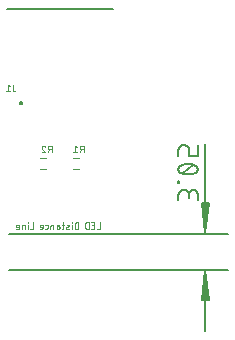
<source format=gbr>
G04 EAGLE Gerber RS-274X export*
G75*
%MOMM*%
%FSLAX34Y34*%
%LPD*%
%INSilkscreen Bottom*%
%IPPOS*%
%AMOC8*
5,1,8,0,0,1.08239X$1,22.5*%
G01*
%ADD10C,0.130000*%
%ADD11C,0.152400*%
%ADD12C,0.050800*%
%ADD13C,0.200000*%
%ADD14C,0.076200*%
%ADD15C,0.120000*%


D10*
X71120Y0D02*
X256990Y0D01*
X256990Y30480D02*
X71120Y30480D01*
X237490Y-650D02*
X237490Y-52000D01*
X237490Y31130D02*
X237490Y106108D01*
X237490Y-650D02*
X234298Y-26000D01*
X240682Y-26000D01*
X237490Y-650D01*
X236190Y-26000D01*
X238790Y-26000D02*
X237490Y-650D01*
X234890Y-26000D01*
X240090Y-26000D02*
X237490Y-650D01*
X237490Y31130D02*
X234298Y56480D01*
X240682Y56480D01*
X237490Y31130D01*
X236190Y56480D01*
X238790Y56480D02*
X237490Y31130D01*
X234890Y56480D01*
X240090Y56480D02*
X237490Y31130D01*
D11*
X214727Y58800D02*
X214727Y63315D01*
X214729Y63448D01*
X214735Y63580D01*
X214745Y63712D01*
X214758Y63844D01*
X214776Y63976D01*
X214797Y64106D01*
X214822Y64237D01*
X214851Y64366D01*
X214884Y64494D01*
X214920Y64622D01*
X214960Y64748D01*
X215004Y64873D01*
X215052Y64997D01*
X215103Y65119D01*
X215158Y65240D01*
X215216Y65359D01*
X215278Y65477D01*
X215343Y65592D01*
X215412Y65706D01*
X215483Y65817D01*
X215559Y65926D01*
X215637Y66033D01*
X215718Y66138D01*
X215803Y66240D01*
X215890Y66340D01*
X215980Y66437D01*
X216073Y66532D01*
X216169Y66623D01*
X216267Y66712D01*
X216368Y66798D01*
X216472Y66881D01*
X216578Y66961D01*
X216686Y67037D01*
X216796Y67111D01*
X216909Y67181D01*
X217023Y67248D01*
X217140Y67311D01*
X217258Y67371D01*
X217378Y67428D01*
X217500Y67481D01*
X217623Y67530D01*
X217747Y67576D01*
X217873Y67618D01*
X218000Y67656D01*
X218128Y67691D01*
X218257Y67722D01*
X218386Y67749D01*
X218517Y67772D01*
X218648Y67792D01*
X218780Y67807D01*
X218912Y67819D01*
X219044Y67827D01*
X219177Y67831D01*
X219309Y67831D01*
X219442Y67827D01*
X219574Y67819D01*
X219706Y67807D01*
X219838Y67792D01*
X219969Y67772D01*
X220100Y67749D01*
X220229Y67722D01*
X220358Y67691D01*
X220486Y67656D01*
X220613Y67618D01*
X220739Y67576D01*
X220863Y67530D01*
X220986Y67481D01*
X221108Y67428D01*
X221228Y67371D01*
X221346Y67311D01*
X221463Y67248D01*
X221577Y67181D01*
X221690Y67111D01*
X221800Y67037D01*
X221908Y66961D01*
X222014Y66881D01*
X222118Y66798D01*
X222219Y66712D01*
X222317Y66623D01*
X222413Y66532D01*
X222506Y66437D01*
X222596Y66340D01*
X222683Y66240D01*
X222768Y66138D01*
X222849Y66033D01*
X222927Y65926D01*
X223003Y65817D01*
X223074Y65706D01*
X223143Y65592D01*
X223208Y65477D01*
X223270Y65359D01*
X223328Y65240D01*
X223383Y65119D01*
X223434Y64997D01*
X223482Y64873D01*
X223526Y64748D01*
X223566Y64622D01*
X223602Y64494D01*
X223635Y64366D01*
X223664Y64237D01*
X223689Y64106D01*
X223710Y63976D01*
X223728Y63844D01*
X223741Y63712D01*
X223751Y63580D01*
X223757Y63448D01*
X223759Y63315D01*
X230983Y64218D02*
X230983Y58800D01*
X230983Y64218D02*
X230981Y64337D01*
X230975Y64457D01*
X230965Y64576D01*
X230951Y64694D01*
X230934Y64813D01*
X230912Y64930D01*
X230887Y65047D01*
X230857Y65162D01*
X230824Y65277D01*
X230787Y65391D01*
X230747Y65503D01*
X230702Y65614D01*
X230654Y65723D01*
X230603Y65831D01*
X230548Y65937D01*
X230489Y66041D01*
X230427Y66143D01*
X230362Y66243D01*
X230293Y66341D01*
X230221Y66437D01*
X230146Y66530D01*
X230069Y66620D01*
X229988Y66708D01*
X229904Y66793D01*
X229817Y66875D01*
X229728Y66955D01*
X229636Y67031D01*
X229542Y67105D01*
X229445Y67175D01*
X229347Y67242D01*
X229246Y67306D01*
X229142Y67366D01*
X229037Y67423D01*
X228930Y67476D01*
X228822Y67526D01*
X228712Y67572D01*
X228600Y67614D01*
X228487Y67653D01*
X228373Y67688D01*
X228258Y67719D01*
X228141Y67747D01*
X228024Y67770D01*
X227907Y67790D01*
X227788Y67806D01*
X227669Y67818D01*
X227550Y67826D01*
X227431Y67830D01*
X227311Y67830D01*
X227192Y67826D01*
X227073Y67818D01*
X226954Y67806D01*
X226835Y67790D01*
X226718Y67770D01*
X226601Y67747D01*
X226484Y67719D01*
X226369Y67688D01*
X226255Y67653D01*
X226142Y67614D01*
X226030Y67572D01*
X225920Y67526D01*
X225812Y67476D01*
X225705Y67423D01*
X225600Y67366D01*
X225496Y67306D01*
X225395Y67242D01*
X225297Y67175D01*
X225200Y67105D01*
X225106Y67031D01*
X225014Y66955D01*
X224925Y66875D01*
X224838Y66793D01*
X224754Y66708D01*
X224673Y66620D01*
X224596Y66530D01*
X224521Y66437D01*
X224449Y66341D01*
X224380Y66243D01*
X224315Y66143D01*
X224253Y66041D01*
X224194Y65937D01*
X224139Y65831D01*
X224088Y65723D01*
X224040Y65614D01*
X223995Y65503D01*
X223955Y65391D01*
X223918Y65277D01*
X223885Y65162D01*
X223855Y65047D01*
X223830Y64930D01*
X223808Y64813D01*
X223791Y64694D01*
X223777Y64576D01*
X223767Y64457D01*
X223761Y64337D01*
X223759Y64218D01*
X223758Y64218D02*
X223758Y60606D01*
X215630Y73806D02*
X214727Y73806D01*
X215630Y73806D02*
X215630Y74709D01*
X214727Y74709D01*
X214727Y73806D01*
X222855Y80684D02*
X223175Y80688D01*
X223494Y80699D01*
X223814Y80718D01*
X224132Y80745D01*
X224450Y80779D01*
X224767Y80821D01*
X225083Y80871D01*
X225398Y80928D01*
X225711Y80992D01*
X226023Y81064D01*
X226333Y81143D01*
X226640Y81230D01*
X226946Y81324D01*
X227249Y81425D01*
X227550Y81534D01*
X227848Y81649D01*
X228144Y81772D01*
X228436Y81902D01*
X228725Y82039D01*
X228726Y82038D02*
X228834Y82077D01*
X228941Y82120D01*
X229046Y82166D01*
X229150Y82217D01*
X229252Y82270D01*
X229352Y82327D01*
X229450Y82388D01*
X229545Y82452D01*
X229639Y82519D01*
X229730Y82590D01*
X229819Y82663D01*
X229905Y82740D01*
X229988Y82819D01*
X230069Y82901D01*
X230147Y82986D01*
X230221Y83074D01*
X230293Y83164D01*
X230361Y83256D01*
X230427Y83351D01*
X230489Y83448D01*
X230547Y83547D01*
X230603Y83649D01*
X230654Y83751D01*
X230702Y83856D01*
X230747Y83962D01*
X230788Y84070D01*
X230825Y84179D01*
X230858Y84289D01*
X230887Y84401D01*
X230913Y84513D01*
X230935Y84626D01*
X230952Y84740D01*
X230966Y84854D01*
X230976Y84969D01*
X230982Y85084D01*
X230984Y85199D01*
X230983Y85199D02*
X230981Y85314D01*
X230975Y85429D01*
X230965Y85544D01*
X230951Y85658D01*
X230934Y85772D01*
X230912Y85885D01*
X230886Y85997D01*
X230857Y86109D01*
X230824Y86219D01*
X230787Y86328D01*
X230746Y86436D01*
X230701Y86542D01*
X230653Y86647D01*
X230602Y86749D01*
X230546Y86850D01*
X230488Y86950D01*
X230426Y87047D01*
X230361Y87141D01*
X230292Y87234D01*
X230220Y87324D01*
X230146Y87412D01*
X230068Y87497D01*
X229987Y87579D01*
X229904Y87658D01*
X229818Y87735D01*
X229729Y87808D01*
X229638Y87879D01*
X229544Y87946D01*
X229449Y88010D01*
X229351Y88071D01*
X229251Y88128D01*
X229149Y88181D01*
X229045Y88232D01*
X228940Y88278D01*
X228833Y88321D01*
X228725Y88360D01*
X228725Y88359D02*
X228436Y88496D01*
X228144Y88626D01*
X227848Y88749D01*
X227550Y88864D01*
X227249Y88973D01*
X226946Y89074D01*
X226640Y89168D01*
X226333Y89255D01*
X226023Y89334D01*
X225711Y89406D01*
X225398Y89470D01*
X225083Y89527D01*
X224767Y89577D01*
X224450Y89619D01*
X224132Y89653D01*
X223814Y89680D01*
X223494Y89699D01*
X223175Y89710D01*
X222855Y89714D01*
X222855Y80684D02*
X222535Y80688D01*
X222216Y80699D01*
X221896Y80718D01*
X221578Y80745D01*
X221260Y80779D01*
X220943Y80821D01*
X220627Y80871D01*
X220312Y80928D01*
X219999Y80992D01*
X219687Y81064D01*
X219377Y81143D01*
X219070Y81230D01*
X218764Y81324D01*
X218461Y81425D01*
X218160Y81534D01*
X217862Y81649D01*
X217566Y81772D01*
X217274Y81902D01*
X216985Y82039D01*
X216985Y82038D02*
X216877Y82077D01*
X216770Y82120D01*
X216665Y82166D01*
X216561Y82217D01*
X216459Y82270D01*
X216359Y82327D01*
X216261Y82388D01*
X216166Y82452D01*
X216072Y82519D01*
X215981Y82590D01*
X215892Y82663D01*
X215806Y82740D01*
X215723Y82819D01*
X215642Y82901D01*
X215564Y82986D01*
X215490Y83074D01*
X215418Y83164D01*
X215349Y83257D01*
X215284Y83351D01*
X215222Y83448D01*
X215164Y83548D01*
X215108Y83649D01*
X215057Y83751D01*
X215009Y83856D01*
X214964Y83962D01*
X214923Y84070D01*
X214886Y84179D01*
X214853Y84289D01*
X214824Y84401D01*
X214798Y84513D01*
X214776Y84626D01*
X214759Y84740D01*
X214745Y84854D01*
X214735Y84969D01*
X214729Y85084D01*
X214727Y85199D01*
X216985Y88359D02*
X217274Y88496D01*
X217566Y88626D01*
X217862Y88749D01*
X218160Y88864D01*
X218461Y88973D01*
X218764Y89074D01*
X219070Y89168D01*
X219377Y89255D01*
X219687Y89334D01*
X219999Y89406D01*
X220312Y89470D01*
X220627Y89527D01*
X220943Y89577D01*
X221260Y89619D01*
X221578Y89653D01*
X221896Y89680D01*
X222216Y89699D01*
X222535Y89710D01*
X222855Y89714D01*
X216985Y88360D02*
X216877Y88321D01*
X216770Y88278D01*
X216665Y88232D01*
X216561Y88181D01*
X216459Y88128D01*
X216359Y88071D01*
X216261Y88010D01*
X216166Y87946D01*
X216072Y87879D01*
X215981Y87808D01*
X215892Y87735D01*
X215806Y87658D01*
X215723Y87579D01*
X215642Y87497D01*
X215564Y87412D01*
X215490Y87324D01*
X215418Y87234D01*
X215349Y87141D01*
X215284Y87047D01*
X215222Y86950D01*
X215164Y86850D01*
X215108Y86749D01*
X215057Y86646D01*
X215009Y86542D01*
X214964Y86436D01*
X214923Y86328D01*
X214886Y86219D01*
X214853Y86109D01*
X214824Y85997D01*
X214798Y85885D01*
X214776Y85772D01*
X214759Y85658D01*
X214745Y85544D01*
X214735Y85429D01*
X214729Y85314D01*
X214727Y85199D01*
X218339Y81587D02*
X227371Y88812D01*
X214727Y96315D02*
X214727Y101733D01*
X214729Y101851D01*
X214735Y101969D01*
X214744Y102087D01*
X214758Y102204D01*
X214775Y102321D01*
X214796Y102438D01*
X214821Y102553D01*
X214850Y102668D01*
X214883Y102782D01*
X214919Y102894D01*
X214959Y103005D01*
X215002Y103115D01*
X215049Y103224D01*
X215099Y103331D01*
X215154Y103436D01*
X215211Y103539D01*
X215272Y103640D01*
X215336Y103740D01*
X215403Y103837D01*
X215473Y103932D01*
X215547Y104024D01*
X215623Y104115D01*
X215703Y104202D01*
X215785Y104287D01*
X215870Y104369D01*
X215957Y104449D01*
X216048Y104525D01*
X216140Y104599D01*
X216235Y104669D01*
X216332Y104736D01*
X216432Y104800D01*
X216533Y104861D01*
X216636Y104918D01*
X216741Y104973D01*
X216848Y105023D01*
X216957Y105070D01*
X217067Y105113D01*
X217178Y105153D01*
X217290Y105189D01*
X217404Y105222D01*
X217519Y105251D01*
X217634Y105276D01*
X217751Y105297D01*
X217868Y105314D01*
X217985Y105328D01*
X218103Y105337D01*
X218221Y105343D01*
X218339Y105345D01*
X218339Y105346D02*
X220146Y105346D01*
X220146Y105345D02*
X220264Y105343D01*
X220382Y105337D01*
X220500Y105328D01*
X220617Y105314D01*
X220734Y105297D01*
X220851Y105276D01*
X220966Y105251D01*
X221081Y105222D01*
X221195Y105189D01*
X221307Y105153D01*
X221418Y105113D01*
X221528Y105070D01*
X221637Y105023D01*
X221744Y104973D01*
X221849Y104918D01*
X221952Y104861D01*
X222053Y104800D01*
X222153Y104736D01*
X222250Y104669D01*
X222345Y104599D01*
X222437Y104525D01*
X222528Y104449D01*
X222615Y104369D01*
X222700Y104287D01*
X222782Y104202D01*
X222862Y104115D01*
X222938Y104024D01*
X223012Y103932D01*
X223082Y103837D01*
X223149Y103740D01*
X223213Y103640D01*
X223274Y103539D01*
X223331Y103436D01*
X223386Y103331D01*
X223436Y103224D01*
X223483Y103115D01*
X223526Y103005D01*
X223566Y102894D01*
X223602Y102782D01*
X223635Y102668D01*
X223664Y102553D01*
X223689Y102438D01*
X223710Y102321D01*
X223727Y102204D01*
X223741Y102087D01*
X223750Y101969D01*
X223756Y101851D01*
X223758Y101733D01*
X223758Y96315D01*
X230983Y96315D01*
X230983Y105346D01*
D12*
X148336Y40132D02*
X148336Y34544D01*
X145852Y34544D01*
X143581Y34544D02*
X141098Y34544D01*
X143581Y34544D02*
X143581Y40132D01*
X141098Y40132D01*
X141719Y37648D02*
X143581Y37648D01*
X138837Y40132D02*
X138837Y34544D01*
X138837Y40132D02*
X137285Y40132D01*
X137209Y40130D01*
X137133Y40125D01*
X137057Y40115D01*
X136982Y40102D01*
X136908Y40085D01*
X136834Y40065D01*
X136762Y40041D01*
X136691Y40014D01*
X136621Y39983D01*
X136553Y39949D01*
X136487Y39911D01*
X136423Y39870D01*
X136360Y39827D01*
X136300Y39780D01*
X136243Y39730D01*
X136188Y39677D01*
X136135Y39622D01*
X136085Y39565D01*
X136038Y39505D01*
X135995Y39442D01*
X135954Y39378D01*
X135916Y39312D01*
X135882Y39244D01*
X135851Y39174D01*
X135824Y39103D01*
X135800Y39031D01*
X135780Y38957D01*
X135763Y38883D01*
X135750Y38808D01*
X135740Y38732D01*
X135735Y38656D01*
X135733Y38580D01*
X135733Y36096D01*
X135735Y36020D01*
X135740Y35944D01*
X135750Y35868D01*
X135763Y35793D01*
X135780Y35719D01*
X135800Y35645D01*
X135824Y35573D01*
X135851Y35502D01*
X135882Y35432D01*
X135916Y35364D01*
X135954Y35298D01*
X135995Y35234D01*
X136038Y35171D01*
X136085Y35111D01*
X136135Y35054D01*
X136188Y34999D01*
X136243Y34946D01*
X136300Y34896D01*
X136360Y34849D01*
X136423Y34806D01*
X136487Y34765D01*
X136553Y34727D01*
X136621Y34693D01*
X136691Y34662D01*
X136762Y34635D01*
X136834Y34611D01*
X136908Y34591D01*
X136982Y34574D01*
X137057Y34561D01*
X137133Y34551D01*
X137209Y34546D01*
X137285Y34544D01*
X138837Y34544D01*
X130059Y34544D02*
X130059Y40132D01*
X128507Y40132D01*
X128431Y40130D01*
X128355Y40125D01*
X128279Y40115D01*
X128204Y40102D01*
X128130Y40085D01*
X128056Y40065D01*
X127984Y40041D01*
X127913Y40014D01*
X127843Y39983D01*
X127775Y39949D01*
X127709Y39911D01*
X127645Y39870D01*
X127582Y39827D01*
X127522Y39780D01*
X127465Y39730D01*
X127410Y39677D01*
X127357Y39622D01*
X127307Y39565D01*
X127260Y39505D01*
X127217Y39442D01*
X127176Y39378D01*
X127138Y39312D01*
X127104Y39244D01*
X127073Y39174D01*
X127046Y39103D01*
X127022Y39031D01*
X127002Y38957D01*
X126985Y38883D01*
X126972Y38808D01*
X126962Y38732D01*
X126957Y38656D01*
X126955Y38580D01*
X126955Y36096D01*
X126957Y36020D01*
X126962Y35944D01*
X126972Y35868D01*
X126985Y35793D01*
X127002Y35719D01*
X127022Y35645D01*
X127046Y35573D01*
X127073Y35502D01*
X127104Y35432D01*
X127138Y35364D01*
X127176Y35298D01*
X127217Y35234D01*
X127260Y35171D01*
X127307Y35111D01*
X127357Y35054D01*
X127410Y34999D01*
X127465Y34946D01*
X127522Y34896D01*
X127582Y34849D01*
X127645Y34806D01*
X127709Y34765D01*
X127775Y34727D01*
X127843Y34693D01*
X127913Y34662D01*
X127984Y34635D01*
X128056Y34611D01*
X128130Y34591D01*
X128204Y34574D01*
X128279Y34561D01*
X128355Y34551D01*
X128431Y34546D01*
X128507Y34544D01*
X130059Y34544D01*
X124484Y34544D02*
X124484Y38269D01*
X124639Y39822D02*
X124639Y40132D01*
X124329Y40132D01*
X124329Y39822D01*
X124639Y39822D01*
X121785Y36717D02*
X120233Y36096D01*
X121785Y36717D02*
X121836Y36739D01*
X121885Y36765D01*
X121933Y36794D01*
X121978Y36827D01*
X122021Y36863D01*
X122062Y36901D01*
X122099Y36943D01*
X122134Y36986D01*
X122166Y37032D01*
X122194Y37081D01*
X122219Y37131D01*
X122240Y37182D01*
X122258Y37235D01*
X122272Y37289D01*
X122282Y37344D01*
X122288Y37400D01*
X122291Y37455D01*
X122290Y37511D01*
X122284Y37567D01*
X122275Y37622D01*
X122263Y37676D01*
X122246Y37730D01*
X122226Y37782D01*
X122202Y37832D01*
X122175Y37881D01*
X122144Y37928D01*
X122110Y37972D01*
X122074Y38014D01*
X122034Y38054D01*
X121992Y38090D01*
X121947Y38124D01*
X121900Y38154D01*
X121852Y38181D01*
X121801Y38205D01*
X121749Y38225D01*
X121695Y38241D01*
X121641Y38254D01*
X121586Y38263D01*
X121530Y38268D01*
X121474Y38269D01*
X121475Y38270D02*
X121364Y38266D01*
X121253Y38260D01*
X121143Y38249D01*
X121033Y38235D01*
X120923Y38218D01*
X120814Y38198D01*
X120706Y38174D01*
X120599Y38146D01*
X120492Y38115D01*
X120387Y38081D01*
X120282Y38044D01*
X120179Y38003D01*
X120077Y37959D01*
X120233Y36096D02*
X120182Y36074D01*
X120133Y36048D01*
X120085Y36019D01*
X120040Y35986D01*
X119997Y35950D01*
X119956Y35912D01*
X119919Y35870D01*
X119884Y35827D01*
X119852Y35781D01*
X119824Y35732D01*
X119799Y35682D01*
X119778Y35631D01*
X119760Y35578D01*
X119746Y35524D01*
X119736Y35469D01*
X119730Y35413D01*
X119727Y35358D01*
X119728Y35302D01*
X119734Y35246D01*
X119743Y35191D01*
X119755Y35137D01*
X119772Y35083D01*
X119792Y35031D01*
X119816Y34981D01*
X119843Y34932D01*
X119874Y34885D01*
X119908Y34841D01*
X119944Y34799D01*
X119984Y34759D01*
X120026Y34723D01*
X120071Y34689D01*
X120118Y34659D01*
X120166Y34632D01*
X120217Y34608D01*
X120269Y34588D01*
X120323Y34572D01*
X120377Y34559D01*
X120432Y34550D01*
X120488Y34545D01*
X120544Y34544D01*
X120543Y34544D02*
X120677Y34547D01*
X120811Y34554D01*
X120945Y34565D01*
X121078Y34578D01*
X121211Y34596D01*
X121344Y34616D01*
X121476Y34640D01*
X121607Y34668D01*
X121738Y34698D01*
X121867Y34732D01*
X121996Y34770D01*
X122124Y34810D01*
X122251Y34854D01*
X117962Y38269D02*
X116100Y38269D01*
X117341Y40132D02*
X117341Y35475D01*
X117339Y35417D01*
X117334Y35358D01*
X117325Y35301D01*
X117312Y35243D01*
X117295Y35187D01*
X117276Y35132D01*
X117252Y35079D01*
X117226Y35026D01*
X117196Y34976D01*
X117163Y34928D01*
X117127Y34882D01*
X117089Y34838D01*
X117047Y34796D01*
X117003Y34758D01*
X116957Y34722D01*
X116909Y34689D01*
X116859Y34659D01*
X116806Y34633D01*
X116753Y34609D01*
X116698Y34590D01*
X116642Y34573D01*
X116584Y34560D01*
X116527Y34551D01*
X116468Y34546D01*
X116410Y34544D01*
X116100Y34544D01*
X112964Y36717D02*
X111567Y36717D01*
X112964Y36718D02*
X113028Y36716D01*
X113093Y36710D01*
X113156Y36701D01*
X113219Y36688D01*
X113281Y36671D01*
X113342Y36650D01*
X113402Y36626D01*
X113460Y36598D01*
X113517Y36567D01*
X113571Y36533D01*
X113624Y36495D01*
X113674Y36454D01*
X113721Y36411D01*
X113766Y36365D01*
X113808Y36316D01*
X113847Y36265D01*
X113883Y36211D01*
X113916Y36156D01*
X113945Y36098D01*
X113971Y36040D01*
X113994Y35979D01*
X114013Y35918D01*
X114028Y35855D01*
X114039Y35791D01*
X114047Y35728D01*
X114051Y35663D01*
X114051Y35599D01*
X114047Y35534D01*
X114039Y35471D01*
X114028Y35407D01*
X114013Y35344D01*
X113994Y35283D01*
X113971Y35222D01*
X113945Y35164D01*
X113916Y35106D01*
X113883Y35051D01*
X113847Y34997D01*
X113808Y34946D01*
X113766Y34897D01*
X113721Y34851D01*
X113674Y34808D01*
X113624Y34767D01*
X113571Y34729D01*
X113517Y34695D01*
X113460Y34664D01*
X113402Y34636D01*
X113342Y34612D01*
X113281Y34591D01*
X113219Y34574D01*
X113156Y34561D01*
X113093Y34552D01*
X113028Y34546D01*
X112964Y34544D01*
X111567Y34544D01*
X111567Y37338D01*
X111569Y37396D01*
X111574Y37455D01*
X111583Y37512D01*
X111596Y37570D01*
X111613Y37626D01*
X111632Y37681D01*
X111656Y37734D01*
X111682Y37787D01*
X111712Y37837D01*
X111745Y37885D01*
X111781Y37931D01*
X111819Y37975D01*
X111861Y38017D01*
X111905Y38055D01*
X111951Y38091D01*
X111999Y38124D01*
X112049Y38154D01*
X112102Y38180D01*
X112155Y38204D01*
X112210Y38223D01*
X112266Y38240D01*
X112324Y38253D01*
X112381Y38262D01*
X112440Y38267D01*
X112498Y38269D01*
X113740Y38269D01*
X108901Y38269D02*
X108901Y34544D01*
X108901Y38269D02*
X107348Y38269D01*
X107290Y38267D01*
X107231Y38262D01*
X107174Y38253D01*
X107116Y38240D01*
X107060Y38223D01*
X107005Y38204D01*
X106952Y38180D01*
X106899Y38154D01*
X106849Y38124D01*
X106801Y38091D01*
X106755Y38055D01*
X106711Y38017D01*
X106669Y37975D01*
X106631Y37931D01*
X106595Y37885D01*
X106562Y37837D01*
X106532Y37787D01*
X106506Y37734D01*
X106482Y37681D01*
X106463Y37626D01*
X106446Y37570D01*
X106433Y37512D01*
X106424Y37455D01*
X106419Y37396D01*
X106417Y37338D01*
X106417Y34544D01*
X103025Y34544D02*
X101783Y34544D01*
X103025Y34544D02*
X103083Y34546D01*
X103142Y34551D01*
X103199Y34560D01*
X103257Y34573D01*
X103313Y34590D01*
X103368Y34609D01*
X103421Y34633D01*
X103474Y34659D01*
X103524Y34689D01*
X103572Y34722D01*
X103618Y34758D01*
X103662Y34796D01*
X103704Y34838D01*
X103742Y34882D01*
X103778Y34928D01*
X103811Y34976D01*
X103841Y35026D01*
X103867Y35079D01*
X103891Y35132D01*
X103910Y35187D01*
X103927Y35243D01*
X103940Y35301D01*
X103949Y35358D01*
X103954Y35417D01*
X103956Y35475D01*
X103956Y37338D01*
X103954Y37396D01*
X103949Y37455D01*
X103940Y37512D01*
X103927Y37570D01*
X103910Y37626D01*
X103891Y37681D01*
X103867Y37734D01*
X103841Y37787D01*
X103811Y37837D01*
X103778Y37885D01*
X103742Y37931D01*
X103704Y37975D01*
X103662Y38017D01*
X103618Y38055D01*
X103572Y38091D01*
X103524Y38124D01*
X103474Y38154D01*
X103421Y38180D01*
X103368Y38204D01*
X103313Y38223D01*
X103257Y38240D01*
X103199Y38253D01*
X103142Y38262D01*
X103083Y38267D01*
X103025Y38269D01*
X101783Y38269D01*
X98825Y34544D02*
X97273Y34544D01*
X98825Y34544D02*
X98883Y34546D01*
X98942Y34551D01*
X98999Y34560D01*
X99057Y34573D01*
X99113Y34590D01*
X99168Y34609D01*
X99221Y34633D01*
X99274Y34659D01*
X99324Y34689D01*
X99372Y34722D01*
X99418Y34758D01*
X99462Y34796D01*
X99504Y34838D01*
X99542Y34882D01*
X99578Y34928D01*
X99611Y34976D01*
X99641Y35026D01*
X99667Y35079D01*
X99691Y35132D01*
X99710Y35187D01*
X99727Y35243D01*
X99740Y35301D01*
X99749Y35358D01*
X99754Y35417D01*
X99756Y35475D01*
X99757Y35475D02*
X99757Y37028D01*
X99755Y37098D01*
X99749Y37167D01*
X99739Y37236D01*
X99726Y37304D01*
X99708Y37372D01*
X99687Y37438D01*
X99662Y37503D01*
X99634Y37567D01*
X99602Y37629D01*
X99567Y37689D01*
X99528Y37747D01*
X99486Y37802D01*
X99441Y37856D01*
X99393Y37906D01*
X99343Y37954D01*
X99289Y37999D01*
X99234Y38041D01*
X99176Y38080D01*
X99116Y38115D01*
X99054Y38147D01*
X98990Y38175D01*
X98925Y38200D01*
X98859Y38221D01*
X98791Y38239D01*
X98723Y38252D01*
X98654Y38262D01*
X98585Y38268D01*
X98515Y38270D01*
X98445Y38268D01*
X98376Y38262D01*
X98307Y38252D01*
X98239Y38239D01*
X98171Y38221D01*
X98105Y38200D01*
X98040Y38175D01*
X97976Y38147D01*
X97914Y38115D01*
X97854Y38080D01*
X97796Y38041D01*
X97741Y37999D01*
X97687Y37954D01*
X97637Y37906D01*
X97589Y37856D01*
X97544Y37802D01*
X97502Y37747D01*
X97463Y37689D01*
X97428Y37629D01*
X97396Y37567D01*
X97368Y37503D01*
X97343Y37438D01*
X97322Y37372D01*
X97304Y37304D01*
X97291Y37236D01*
X97281Y37167D01*
X97275Y37098D01*
X97273Y37028D01*
X97273Y36407D01*
X99757Y36407D01*
X91827Y34544D02*
X91827Y40132D01*
X91827Y34544D02*
X89343Y34544D01*
X87360Y34544D02*
X87360Y38269D01*
X87515Y39822D02*
X87515Y40132D01*
X87204Y40132D01*
X87204Y39822D01*
X87515Y39822D01*
X84944Y38269D02*
X84944Y34544D01*
X84944Y38269D02*
X83392Y38269D01*
X83334Y38267D01*
X83275Y38262D01*
X83218Y38253D01*
X83160Y38240D01*
X83104Y38223D01*
X83049Y38204D01*
X82996Y38180D01*
X82943Y38154D01*
X82893Y38124D01*
X82845Y38091D01*
X82799Y38055D01*
X82755Y38017D01*
X82713Y37975D01*
X82675Y37931D01*
X82639Y37885D01*
X82606Y37837D01*
X82576Y37787D01*
X82550Y37734D01*
X82526Y37681D01*
X82507Y37626D01*
X82490Y37570D01*
X82477Y37512D01*
X82468Y37455D01*
X82463Y37396D01*
X82461Y37338D01*
X82460Y37338D02*
X82460Y34544D01*
X79075Y34544D02*
X77522Y34544D01*
X79075Y34544D02*
X79133Y34546D01*
X79192Y34551D01*
X79249Y34560D01*
X79307Y34573D01*
X79363Y34590D01*
X79418Y34609D01*
X79471Y34633D01*
X79524Y34659D01*
X79574Y34689D01*
X79622Y34722D01*
X79668Y34758D01*
X79712Y34796D01*
X79754Y34838D01*
X79792Y34882D01*
X79828Y34928D01*
X79861Y34976D01*
X79891Y35026D01*
X79917Y35079D01*
X79941Y35132D01*
X79960Y35187D01*
X79977Y35243D01*
X79990Y35301D01*
X79999Y35358D01*
X80004Y35417D01*
X80006Y35475D01*
X80006Y37028D01*
X80004Y37098D01*
X79998Y37167D01*
X79988Y37236D01*
X79975Y37304D01*
X79957Y37372D01*
X79936Y37438D01*
X79911Y37503D01*
X79883Y37567D01*
X79851Y37629D01*
X79816Y37689D01*
X79777Y37747D01*
X79735Y37802D01*
X79690Y37856D01*
X79642Y37906D01*
X79592Y37954D01*
X79538Y37999D01*
X79483Y38041D01*
X79425Y38080D01*
X79365Y38115D01*
X79303Y38147D01*
X79239Y38175D01*
X79174Y38200D01*
X79108Y38221D01*
X79040Y38239D01*
X78972Y38252D01*
X78903Y38262D01*
X78834Y38268D01*
X78764Y38270D01*
X78694Y38268D01*
X78625Y38262D01*
X78556Y38252D01*
X78488Y38239D01*
X78420Y38221D01*
X78354Y38200D01*
X78289Y38175D01*
X78225Y38147D01*
X78163Y38115D01*
X78103Y38080D01*
X78045Y38041D01*
X77990Y37999D01*
X77936Y37954D01*
X77886Y37906D01*
X77838Y37856D01*
X77793Y37802D01*
X77751Y37747D01*
X77712Y37689D01*
X77677Y37629D01*
X77645Y37567D01*
X77617Y37503D01*
X77592Y37438D01*
X77571Y37372D01*
X77553Y37304D01*
X77540Y37236D01*
X77530Y37167D01*
X77524Y37098D01*
X77522Y37028D01*
X77522Y36407D01*
X80006Y36407D01*
D13*
X80600Y140970D02*
X80602Y141033D01*
X80608Y141095D01*
X80618Y141157D01*
X80631Y141219D01*
X80649Y141279D01*
X80670Y141338D01*
X80695Y141396D01*
X80724Y141452D01*
X80756Y141506D01*
X80791Y141558D01*
X80829Y141607D01*
X80871Y141655D01*
X80915Y141699D01*
X80963Y141741D01*
X81012Y141779D01*
X81064Y141814D01*
X81118Y141846D01*
X81174Y141875D01*
X81232Y141900D01*
X81291Y141921D01*
X81351Y141939D01*
X81413Y141952D01*
X81475Y141962D01*
X81537Y141968D01*
X81600Y141970D01*
X81663Y141968D01*
X81725Y141962D01*
X81787Y141952D01*
X81849Y141939D01*
X81909Y141921D01*
X81968Y141900D01*
X82026Y141875D01*
X82082Y141846D01*
X82136Y141814D01*
X82188Y141779D01*
X82237Y141741D01*
X82285Y141699D01*
X82329Y141655D01*
X82371Y141607D01*
X82409Y141558D01*
X82444Y141506D01*
X82476Y141452D01*
X82505Y141396D01*
X82530Y141338D01*
X82551Y141279D01*
X82569Y141219D01*
X82582Y141157D01*
X82592Y141095D01*
X82598Y141033D01*
X82600Y140970D01*
X82598Y140907D01*
X82592Y140845D01*
X82582Y140783D01*
X82569Y140721D01*
X82551Y140661D01*
X82530Y140602D01*
X82505Y140544D01*
X82476Y140488D01*
X82444Y140434D01*
X82409Y140382D01*
X82371Y140333D01*
X82329Y140285D01*
X82285Y140241D01*
X82237Y140199D01*
X82188Y140161D01*
X82136Y140126D01*
X82082Y140094D01*
X82026Y140065D01*
X81968Y140040D01*
X81909Y140019D01*
X81849Y140001D01*
X81787Y139988D01*
X81725Y139978D01*
X81663Y139972D01*
X81600Y139970D01*
X81537Y139972D01*
X81475Y139978D01*
X81413Y139988D01*
X81351Y140001D01*
X81291Y140019D01*
X81232Y140040D01*
X81174Y140065D01*
X81118Y140094D01*
X81064Y140126D01*
X81012Y140161D01*
X80963Y140199D01*
X80915Y140241D01*
X80871Y140285D01*
X80829Y140333D01*
X80791Y140382D01*
X80756Y140434D01*
X80724Y140488D01*
X80695Y140544D01*
X80670Y140602D01*
X80649Y140661D01*
X80631Y140721D01*
X80618Y140783D01*
X80608Y140845D01*
X80602Y140907D01*
X80600Y140970D01*
X69600Y220470D02*
X159000Y220470D01*
D14*
X74421Y156565D02*
X74421Y152416D01*
X74423Y152350D01*
X74428Y152283D01*
X74438Y152218D01*
X74451Y152152D01*
X74467Y152088D01*
X74488Y152025D01*
X74511Y151963D01*
X74538Y151902D01*
X74569Y151843D01*
X74603Y151786D01*
X74640Y151730D01*
X74680Y151677D01*
X74722Y151626D01*
X74768Y151578D01*
X74816Y151532D01*
X74867Y151490D01*
X74920Y151450D01*
X74976Y151413D01*
X75033Y151379D01*
X75092Y151348D01*
X75153Y151321D01*
X75215Y151297D01*
X75278Y151277D01*
X75342Y151261D01*
X75408Y151248D01*
X75473Y151238D01*
X75540Y151233D01*
X75606Y151231D01*
X76199Y151231D01*
X71744Y155380D02*
X70262Y156565D01*
X70262Y151231D01*
X71744Y151231D02*
X68780Y151231D01*
D15*
X125820Y94670D02*
X130720Y94670D01*
X130720Y85670D02*
X125820Y85670D01*
D12*
X134366Y99314D02*
X134366Y104902D01*
X132814Y104902D01*
X132737Y104900D01*
X132659Y104894D01*
X132583Y104885D01*
X132506Y104871D01*
X132431Y104854D01*
X132357Y104833D01*
X132283Y104808D01*
X132211Y104780D01*
X132141Y104748D01*
X132072Y104713D01*
X132005Y104674D01*
X131940Y104632D01*
X131877Y104587D01*
X131816Y104539D01*
X131758Y104488D01*
X131703Y104434D01*
X131650Y104377D01*
X131601Y104318D01*
X131554Y104256D01*
X131510Y104192D01*
X131470Y104126D01*
X131433Y104058D01*
X131399Y103988D01*
X131369Y103917D01*
X131343Y103844D01*
X131320Y103770D01*
X131301Y103695D01*
X131286Y103620D01*
X131274Y103543D01*
X131266Y103466D01*
X131262Y103389D01*
X131262Y103311D01*
X131266Y103234D01*
X131274Y103157D01*
X131286Y103080D01*
X131301Y103005D01*
X131320Y102930D01*
X131343Y102856D01*
X131369Y102783D01*
X131399Y102712D01*
X131433Y102642D01*
X131470Y102574D01*
X131510Y102508D01*
X131554Y102444D01*
X131601Y102382D01*
X131650Y102323D01*
X131703Y102266D01*
X131758Y102212D01*
X131816Y102161D01*
X131877Y102113D01*
X131940Y102068D01*
X132005Y102026D01*
X132072Y101987D01*
X132141Y101952D01*
X132211Y101920D01*
X132283Y101892D01*
X132357Y101867D01*
X132431Y101846D01*
X132506Y101829D01*
X132583Y101815D01*
X132659Y101806D01*
X132737Y101800D01*
X132814Y101798D01*
X134366Y101798D01*
X132503Y101798D02*
X131262Y99314D01*
X128916Y103660D02*
X127364Y104902D01*
X127364Y99314D01*
X128916Y99314D02*
X125811Y99314D01*
D15*
X102450Y94670D02*
X97550Y94670D01*
X97550Y85670D02*
X102450Y85670D01*
D12*
X107366Y99314D02*
X107366Y104902D01*
X105814Y104902D01*
X105737Y104900D01*
X105659Y104894D01*
X105583Y104885D01*
X105506Y104871D01*
X105431Y104854D01*
X105357Y104833D01*
X105283Y104808D01*
X105211Y104780D01*
X105141Y104748D01*
X105072Y104713D01*
X105005Y104674D01*
X104940Y104632D01*
X104877Y104587D01*
X104816Y104539D01*
X104758Y104488D01*
X104703Y104434D01*
X104650Y104377D01*
X104601Y104318D01*
X104554Y104256D01*
X104510Y104192D01*
X104470Y104126D01*
X104433Y104058D01*
X104399Y103988D01*
X104369Y103917D01*
X104343Y103844D01*
X104320Y103770D01*
X104301Y103695D01*
X104286Y103620D01*
X104274Y103543D01*
X104266Y103466D01*
X104262Y103389D01*
X104262Y103311D01*
X104266Y103234D01*
X104274Y103157D01*
X104286Y103080D01*
X104301Y103005D01*
X104320Y102930D01*
X104343Y102856D01*
X104369Y102783D01*
X104399Y102712D01*
X104433Y102642D01*
X104470Y102574D01*
X104510Y102508D01*
X104554Y102444D01*
X104601Y102382D01*
X104650Y102323D01*
X104703Y102266D01*
X104758Y102212D01*
X104816Y102161D01*
X104877Y102113D01*
X104940Y102068D01*
X105005Y102026D01*
X105072Y101987D01*
X105141Y101952D01*
X105211Y101920D01*
X105283Y101892D01*
X105357Y101867D01*
X105431Y101846D01*
X105506Y101829D01*
X105583Y101815D01*
X105659Y101806D01*
X105737Y101800D01*
X105814Y101798D01*
X107366Y101798D01*
X105503Y101798D02*
X104262Y99314D01*
X98811Y103505D02*
X98813Y103578D01*
X98819Y103651D01*
X98828Y103724D01*
X98842Y103795D01*
X98859Y103867D01*
X98879Y103937D01*
X98904Y104006D01*
X98932Y104073D01*
X98963Y104139D01*
X98998Y104204D01*
X99036Y104266D01*
X99078Y104326D01*
X99122Y104384D01*
X99170Y104440D01*
X99220Y104493D01*
X99273Y104543D01*
X99329Y104591D01*
X99387Y104635D01*
X99447Y104677D01*
X99510Y104715D01*
X99574Y104750D01*
X99640Y104781D01*
X99707Y104809D01*
X99776Y104834D01*
X99846Y104854D01*
X99918Y104871D01*
X99989Y104885D01*
X100062Y104894D01*
X100135Y104900D01*
X100208Y104902D01*
X100292Y104900D01*
X100375Y104894D01*
X100458Y104885D01*
X100540Y104871D01*
X100622Y104854D01*
X100703Y104832D01*
X100783Y104807D01*
X100861Y104779D01*
X100939Y104747D01*
X101014Y104711D01*
X101088Y104672D01*
X101160Y104629D01*
X101230Y104583D01*
X101297Y104534D01*
X101363Y104481D01*
X101425Y104426D01*
X101485Y104368D01*
X101543Y104307D01*
X101597Y104244D01*
X101649Y104178D01*
X101697Y104110D01*
X101742Y104039D01*
X101784Y103967D01*
X101822Y103892D01*
X101857Y103816D01*
X101888Y103739D01*
X101916Y103660D01*
X99278Y102419D02*
X99224Y102472D01*
X99173Y102529D01*
X99125Y102588D01*
X99080Y102649D01*
X99039Y102712D01*
X99000Y102778D01*
X98965Y102845D01*
X98933Y102914D01*
X98905Y102985D01*
X98881Y103056D01*
X98860Y103129D01*
X98843Y103203D01*
X98829Y103278D01*
X98820Y103353D01*
X98814Y103429D01*
X98812Y103505D01*
X99277Y102418D02*
X101916Y99314D01*
X98811Y99314D01*
M02*

</source>
